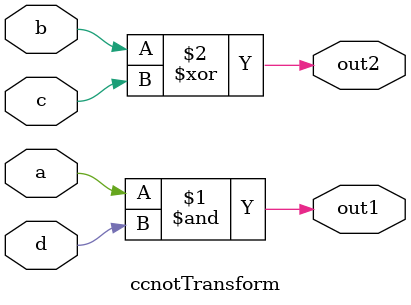
<source format=sv>
module ccnotTransform(
    input logic a, b,c,d,
    output logic out1,out2);

    assign out1 = (a & d);
    assign out2 = b ^c;
endmodule
</source>
